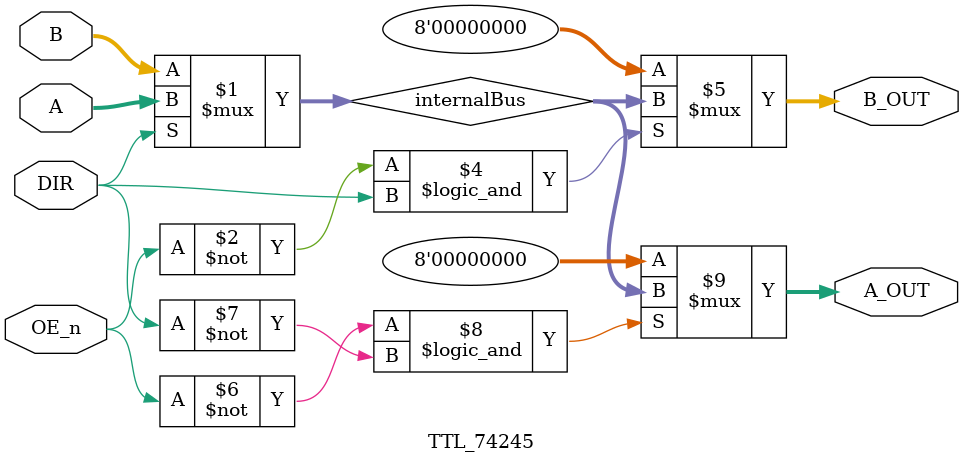
<source format=v>
/******************************************************************************
 **                                                                          **
 ** Component : TTL_74245                                                    **
 **                                                                          **
 ** Ronny Hansen 14.01.2024
 *****************************************************************************/

module TTL_74245( 
    input  [7:0] A,        // A-side 8-bit port
    output [7:0] A_OUT,    // A-side 8-bit port

    input  [7:0] B,        // B-side 8-bit bidirectional port/bus
    output [7:0] B_OUT,    // B-side 8-bit bidirectional port/bus

    input DIR,           // Direction control
    input OE_n           // Output enable
);

    wire [7:0] internalBus;

    assign internalBus = DIR ? A : B; // DIR = 1 =>Data flows from A to B, else Data flows from B to A


    // Assign the bidirectional bus with respect to OE
    assign B_OUT = (OE_n == 0 && DIR == 1) ? internalBus : 8'b0;

    // Output to A when receiving from B with respect to OE (OE_n==1 means "isolated". Don't write to A or B)
    assign A_OUT = (OE_n == 0 && DIR == 0) ? internalBus : 8'b0;

endmodule



</source>
